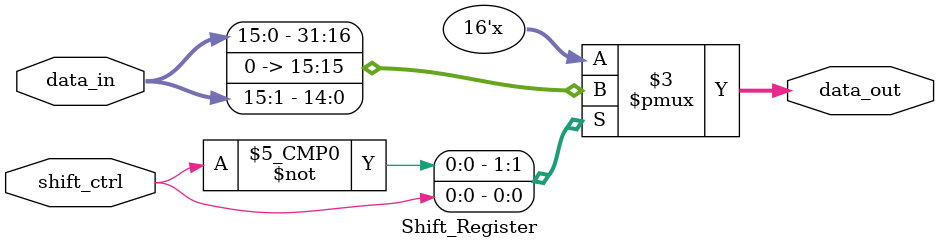
<source format=v>
module Shift_Register(
    input wire [15:0] data_in,    
    input wire  shift_ctrl,
    output reg [15:0] data_out   
);

    always @(*) begin
        case (shift_ctrl)
            1'b0: data_out = data_in;                  
            1'b1: data_out = data_in >> 1;         
            default: data_out = 16'b0;            
        endcase
    end

endmodule 
</source>
